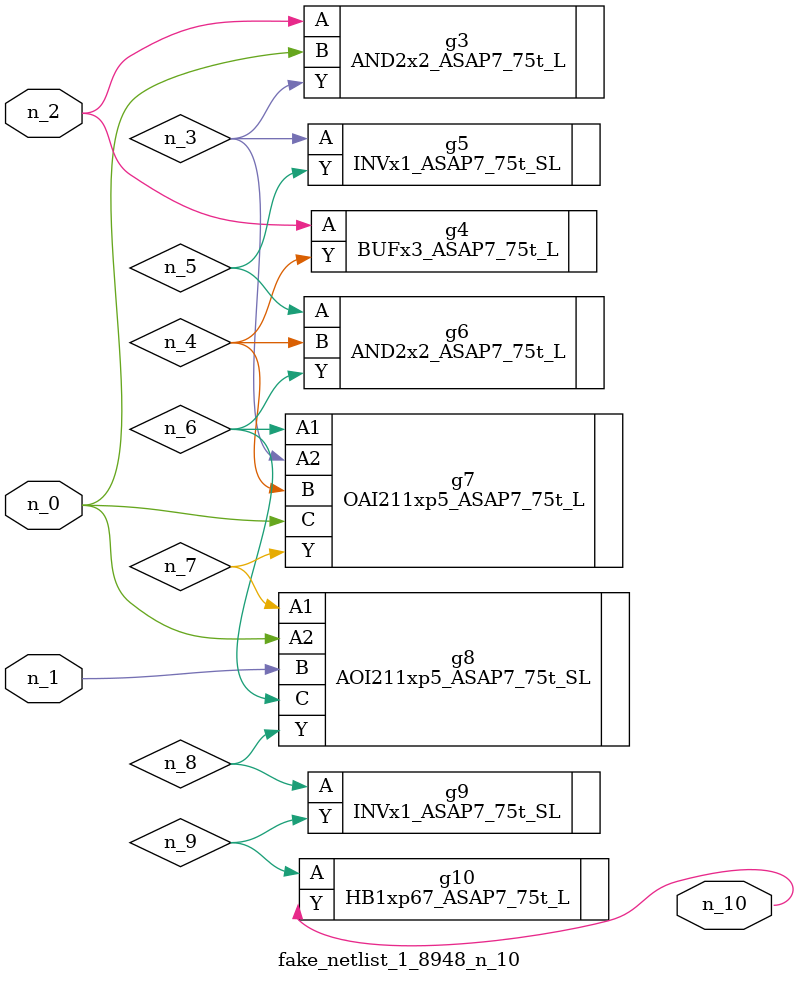
<source format=v>
module fake_netlist_1_8948_n_10 (n_1, n_2, n_0, n_10);
input n_1;
input n_2;
input n_0;
output n_10;
wire n_6;
wire n_4;
wire n_3;
wire n_9;
wire n_5;
wire n_7;
wire n_8;
AND2x2_ASAP7_75t_L g3 ( .A(n_2), .B(n_0), .Y(n_3) );
BUFx3_ASAP7_75t_L g4 ( .A(n_2), .Y(n_4) );
INVx1_ASAP7_75t_SL g5 ( .A(n_3), .Y(n_5) );
AND2x2_ASAP7_75t_L g6 ( .A(n_5), .B(n_4), .Y(n_6) );
OAI211xp5_ASAP7_75t_L g7 ( .A1(n_6), .A2(n_3), .B(n_4), .C(n_0), .Y(n_7) );
AOI211xp5_ASAP7_75t_SL g8 ( .A1(n_7), .A2(n_0), .B(n_1), .C(n_6), .Y(n_8) );
INVx1_ASAP7_75t_SL g9 ( .A(n_8), .Y(n_9) );
HB1xp67_ASAP7_75t_L g10 ( .A(n_9), .Y(n_10) );
endmodule
</source>
